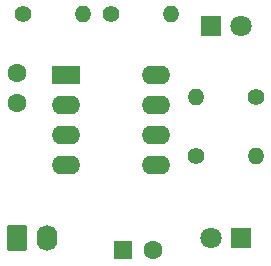
<source format=gbr>
%TF.GenerationSoftware,KiCad,Pcbnew,7.0.5-1.fc38*%
%TF.CreationDate,2023-06-27T12:48:17+03:00*%
%TF.ProjectId,flip-flop-NE555-timer,666c6970-2d66-46c6-9f70-2d4e45353535,1.0*%
%TF.SameCoordinates,Original*%
%TF.FileFunction,Soldermask,Bot*%
%TF.FilePolarity,Negative*%
%FSLAX46Y46*%
G04 Gerber Fmt 4.6, Leading zero omitted, Abs format (unit mm)*
G04 Created by KiCad (PCBNEW 7.0.5-1.fc38) date 2023-06-27 12:48:17*
%MOMM*%
%LPD*%
G01*
G04 APERTURE LIST*
G04 Aperture macros list*
%AMRoundRect*
0 Rectangle with rounded corners*
0 $1 Rounding radius*
0 $2 $3 $4 $5 $6 $7 $8 $9 X,Y pos of 4 corners*
0 Add a 4 corners polygon primitive as box body*
4,1,4,$2,$3,$4,$5,$6,$7,$8,$9,$2,$3,0*
0 Add four circle primitives for the rounded corners*
1,1,$1+$1,$2,$3*
1,1,$1+$1,$4,$5*
1,1,$1+$1,$6,$7*
1,1,$1+$1,$8,$9*
0 Add four rect primitives between the rounded corners*
20,1,$1+$1,$2,$3,$4,$5,0*
20,1,$1+$1,$4,$5,$6,$7,0*
20,1,$1+$1,$6,$7,$8,$9,0*
20,1,$1+$1,$8,$9,$2,$3,0*%
G04 Aperture macros list end*
%ADD10C,1.400000*%
%ADD11O,1.400000X1.400000*%
%ADD12R,1.800000X1.800000*%
%ADD13C,1.800000*%
%ADD14R,2.400000X1.600000*%
%ADD15O,2.400000X1.600000*%
%ADD16R,1.600000X1.600000*%
%ADD17C,1.600000*%
%ADD18RoundRect,0.250000X-0.620000X-0.845000X0.620000X-0.845000X0.620000X0.845000X-0.620000X0.845000X0*%
%ADD19O,1.740000X2.190000*%
G04 APERTURE END LIST*
D10*
%TO.C,R3*%
X131000000Y-65000000D03*
D11*
X136080000Y-65000000D03*
%TD*%
D10*
%TO.C,R4*%
X123540000Y-65000000D03*
D11*
X128620000Y-65000000D03*
%TD*%
D12*
%TO.C,D1*%
X139460000Y-66000000D03*
D13*
X142000000Y-66000000D03*
%TD*%
D14*
%TO.C,U1*%
X127175000Y-70200000D03*
D15*
X127175000Y-72740000D03*
X127175000Y-75280000D03*
X127175000Y-77820000D03*
X134795000Y-77820000D03*
X134795000Y-75280000D03*
X134795000Y-72740000D03*
X134795000Y-70200000D03*
%TD*%
D10*
%TO.C,R2*%
X138195000Y-77000000D03*
D11*
X143275000Y-77000000D03*
%TD*%
D10*
%TO.C,R1*%
X143275000Y-72000000D03*
D11*
X138195000Y-72000000D03*
%TD*%
D16*
%TO.C,C2*%
X132000000Y-85000000D03*
D17*
X134500000Y-85000000D03*
%TD*%
%TO.C,C3*%
X123000000Y-72500000D03*
X123000000Y-70000000D03*
%TD*%
D12*
%TO.C,D2*%
X142010000Y-84000000D03*
D13*
X139470000Y-84000000D03*
%TD*%
D18*
%TO.C,J2*%
X123000000Y-84000000D03*
D19*
X125540000Y-84000000D03*
%TD*%
M02*

</source>
